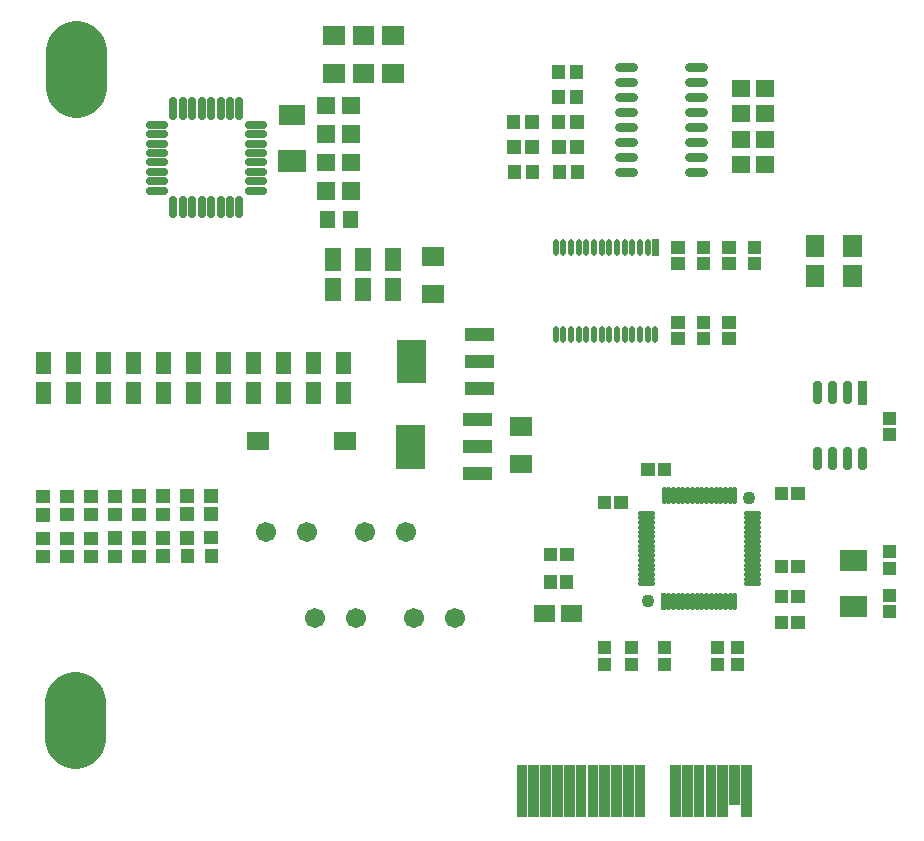
<source format=gts>
G04 Layer: TopSolderMaskLayer*
G04 EasyEDA v6.4.19.4, 2021-05-08T19:32:42+08:00*
G04 959c2f807fa24cb394336e4151b9ccfb,119f753a6ce64b8d841f2ad33262ab0c,10*
G04 Gerber Generator version 0.2*
G04 Scale: 100 percent, Rotated: No, Reflected: No *
G04 Dimensions in millimeters *
G04 leading zeros omitted , absolute positions ,4 integer and 5 decimal *
%FSLAX45Y45*%
%MOMM*%

%ADD59C,5.2032*%
%ADD60C,0.4064*%
%ADD61C,0.5334*%
%ADD62C,0.8032*%
%ADD63C,0.6532*%
%ADD66R,2.3016X1.8016*%
%ADD69C,1.0922*%
%ADD79C,1.7016*%

%LPD*%
D59*
X1295400Y200799D02*
G01*
X1295400Y-99202D01*
X1308100Y5712599D02*
G01*
X1308100Y5412597D01*
D60*
X6640499Y1002563D02*
G01*
X6640499Y1109243D01*
X6440500Y1002563D02*
G01*
X6440500Y1109243D01*
X6840499Y1002563D02*
G01*
X6840499Y1109243D01*
X6800494Y1002563D02*
G01*
X6800494Y1109243D01*
X6720509Y1002563D02*
G01*
X6720509Y1109243D01*
X6680504Y1002563D02*
G01*
X6680504Y1109243D01*
X6480505Y1002563D02*
G01*
X6480505Y1109243D01*
X6520510Y1002563D02*
G01*
X6520510Y1109243D01*
X6760489Y1002563D02*
G01*
X6760489Y1109243D01*
X6320510Y1902561D02*
G01*
X6320510Y2009241D01*
X6400495Y1002563D02*
G01*
X6400495Y1109243D01*
X6977151Y1805914D02*
G01*
X7083831Y1805914D01*
X6077153Y1805914D02*
G01*
X6183833Y1805914D01*
X6320510Y1002563D02*
G01*
X6320510Y1109243D01*
X6977151Y1285900D02*
G01*
X7083831Y1285900D01*
X6560489Y1002563D02*
G01*
X6560489Y1109243D01*
X6077153Y1325905D02*
G01*
X6183833Y1325905D01*
X6077153Y1525904D02*
G01*
X6183833Y1525904D01*
X6280505Y1902561D02*
G01*
X6280505Y2009241D01*
X6880504Y1902561D02*
G01*
X6880504Y2009241D01*
X6360490Y1002563D02*
G01*
X6360490Y1109243D01*
X6880504Y1002563D02*
G01*
X6880504Y1109243D01*
X6077153Y1245895D02*
G01*
X6183833Y1245895D01*
X6077153Y1285900D02*
G01*
X6183833Y1285900D01*
X6600494Y1002563D02*
G01*
X6600494Y1109243D01*
X6977151Y1325905D02*
G01*
X7083831Y1325905D01*
X6977151Y1365910D02*
G01*
X7083831Y1365910D01*
X6520510Y1902561D02*
G01*
X6520510Y2009241D01*
X6560489Y1902561D02*
G01*
X6560489Y2009241D01*
X6480505Y1902561D02*
G01*
X6480505Y2009241D01*
X6400495Y1902561D02*
G01*
X6400495Y2009241D01*
X6600494Y1902561D02*
G01*
X6600494Y2009241D01*
X6640499Y1902561D02*
G01*
X6640499Y2009241D01*
X6360490Y1902561D02*
G01*
X6360490Y2009241D01*
X6440500Y1902561D02*
G01*
X6440500Y2009241D01*
X6977151Y1605914D02*
G01*
X7083831Y1605914D01*
X6977151Y1765909D02*
G01*
X7083831Y1765909D01*
X6977151Y1725904D02*
G01*
X7083831Y1725904D01*
X6977151Y1645894D02*
G01*
X7083831Y1645894D01*
X6977151Y1685899D02*
G01*
X7083831Y1685899D01*
X6077153Y1725904D02*
G01*
X6183833Y1725904D01*
X6077153Y1765909D02*
G01*
X6183833Y1765909D01*
X6077153Y1685899D02*
G01*
X6183833Y1685899D01*
X6077153Y1405915D02*
G01*
X6183833Y1405915D01*
X6077153Y1365910D02*
G01*
X6183833Y1365910D01*
X6977151Y1485900D02*
G01*
X7083831Y1485900D01*
X6077153Y1445895D02*
G01*
X6183833Y1445895D01*
X6077153Y1485900D02*
G01*
X6183833Y1485900D01*
X6977151Y1445895D02*
G01*
X7083831Y1445895D01*
X6977151Y1525904D02*
G01*
X7083831Y1525904D01*
X6977151Y1565910D02*
G01*
X7083831Y1565910D01*
X6977151Y1405915D02*
G01*
X7083831Y1405915D01*
X6077153Y1205890D02*
G01*
X6183833Y1205890D01*
X6680504Y1902561D02*
G01*
X6680504Y2009241D01*
X6800494Y1902561D02*
G01*
X6800494Y2009241D01*
X6720509Y1902561D02*
G01*
X6720509Y2009241D01*
X6077153Y1565910D02*
G01*
X6183833Y1565910D01*
X6977151Y1205915D02*
G01*
X7083831Y1205915D01*
X6977151Y1245895D02*
G01*
X7083831Y1245895D01*
X6760489Y1902561D02*
G01*
X6760489Y2009241D01*
X6077153Y1605914D02*
G01*
X6183833Y1605914D01*
X6840499Y1902561D02*
G01*
X6840499Y2009241D01*
X6077153Y1645894D02*
G01*
X6183833Y1645894D01*
D61*
X6081902Y3363493D02*
G01*
X6081902Y3269513D01*
X5886907Y3363493D02*
G01*
X5886907Y3269513D01*
X5821883Y3363493D02*
G01*
X5821883Y3269513D01*
X6211900Y3363493D02*
G01*
X6211900Y3269513D01*
X5561888Y4100093D02*
G01*
X5561888Y4006113D01*
X5691886Y4100093D02*
G01*
X5691886Y4006113D01*
X5626887Y4100093D02*
G01*
X5626887Y4006113D01*
X5951905Y4100093D02*
G01*
X5951905Y4006113D01*
X6016904Y4100093D02*
G01*
X6016904Y4006113D01*
X5886907Y4100093D02*
G01*
X5886907Y4006113D01*
X5951905Y3363493D02*
G01*
X5951905Y3269513D01*
X5756884Y4100093D02*
G01*
X5756884Y4006113D01*
X5821883Y4100093D02*
G01*
X5821883Y4006113D01*
X6146901Y4100093D02*
G01*
X6146901Y4006113D01*
X5366893Y4100093D02*
G01*
X5366893Y4006113D01*
X5561888Y3363493D02*
G01*
X5561888Y3269513D01*
X5431891Y4100093D02*
G01*
X5431891Y4006113D01*
X5496890Y3363493D02*
G01*
X5496890Y3269513D01*
X5431891Y3363493D02*
G01*
X5431891Y3269513D01*
X5626887Y3363493D02*
G01*
X5626887Y3269513D01*
X6016904Y3363493D02*
G01*
X6016904Y3269513D01*
X5756884Y3363493D02*
G01*
X5756884Y3269513D01*
X5691886Y3363493D02*
G01*
X5691886Y3269513D01*
X6146901Y3363493D02*
G01*
X6146901Y3269513D01*
X6081902Y4100093D02*
G01*
X6081902Y4006113D01*
X5496890Y4100093D02*
G01*
X5496890Y4006113D01*
X5366893Y3363493D02*
G01*
X5366893Y3269513D01*
D62*
X6023919Y5575300D02*
G01*
X5903920Y5575300D01*
X6023919Y5448300D02*
G01*
X5903920Y5448300D01*
X6023919Y5321300D02*
G01*
X5903920Y5321300D01*
X6023919Y5194300D02*
G01*
X5903920Y5194300D01*
X6023919Y5067300D02*
G01*
X5903920Y5067300D01*
X6023919Y4940300D02*
G01*
X5903920Y4940300D01*
X6023919Y4813300D02*
G01*
X5903920Y4813300D01*
X6023919Y4686300D02*
G01*
X5903920Y4686300D01*
X6618279Y5575300D02*
G01*
X6498280Y5575300D01*
X6618279Y5448300D02*
G01*
X6498280Y5448300D01*
X6618279Y5321300D02*
G01*
X6498280Y5321300D01*
X6618279Y5194300D02*
G01*
X6498280Y5194300D01*
X6618279Y5067300D02*
G01*
X6498280Y5067300D01*
X6618279Y4940300D02*
G01*
X6498280Y4940300D01*
X6618279Y4813300D02*
G01*
X6498280Y4813300D01*
X6618279Y4686300D02*
G01*
X6498280Y4686300D01*
D63*
X2689377Y4332574D02*
G01*
X2689377Y4452574D01*
X2609367Y4332574D02*
G01*
X2609367Y4452574D01*
X2529357Y4332574D02*
G01*
X2529357Y4452574D01*
X2449347Y4332574D02*
G01*
X2449347Y4452574D01*
X2369591Y4332574D02*
G01*
X2369591Y4452574D01*
X2289581Y4332574D02*
G01*
X2289581Y4452574D01*
X2209571Y4332574D02*
G01*
X2209571Y4452574D01*
X2129561Y4332574D02*
G01*
X2129561Y4452574D01*
X2051893Y4530242D02*
G01*
X1931893Y4530242D01*
X2051893Y4610252D02*
G01*
X1931893Y4610252D01*
X2051893Y4690262D02*
G01*
X1931893Y4690262D01*
X2051893Y4770272D02*
G01*
X1931893Y4770272D01*
X2051893Y4850028D02*
G01*
X1931893Y4850028D01*
X2051893Y4930038D02*
G01*
X1931893Y4930038D01*
X2051893Y5010048D02*
G01*
X1931893Y5010048D01*
X2051893Y5090058D02*
G01*
X1931893Y5090058D01*
X2129561Y5167726D02*
G01*
X2129561Y5287726D01*
X2209571Y5167726D02*
G01*
X2209571Y5287726D01*
X2289581Y5167726D02*
G01*
X2289581Y5287726D01*
X2369591Y5167726D02*
G01*
X2369591Y5287726D01*
X2449347Y5167726D02*
G01*
X2449347Y5287726D01*
X2529357Y5167726D02*
G01*
X2529357Y5287726D01*
X2609367Y5167726D02*
G01*
X2609367Y5287726D01*
X2689377Y5167726D02*
G01*
X2689377Y5287726D01*
X2887045Y5090058D02*
G01*
X2767045Y5090058D01*
X2887045Y5010048D02*
G01*
X2767045Y5010048D01*
X2887045Y4930038D02*
G01*
X2767045Y4930038D01*
X2887045Y4850028D02*
G01*
X2767045Y4850028D01*
X2887045Y4770272D02*
G01*
X2767045Y4770272D01*
X2887045Y4690262D02*
G01*
X2767045Y4690262D01*
X2887045Y4610252D02*
G01*
X2767045Y4610252D01*
X2887045Y4530242D02*
G01*
X2767045Y4530242D01*
G36*
X5036565Y-772160D02*
G01*
X5036565Y-331723D01*
X5126736Y-331723D01*
X5126736Y-772160D01*
G37*
G36*
X5136388Y-772160D02*
G01*
X5136388Y-331723D01*
X5226811Y-331723D01*
X5226811Y-772160D01*
G37*
G36*
X5236463Y-772160D02*
G01*
X5236463Y-331723D01*
X5326634Y-331723D01*
X5326634Y-772160D01*
G37*
G36*
X5336540Y-772160D02*
G01*
X5336540Y-331723D01*
X5426709Y-331723D01*
X5426709Y-772160D01*
G37*
G36*
X5436361Y-772160D02*
G01*
X5436361Y-331723D01*
X5526786Y-331723D01*
X5526786Y-772160D01*
G37*
G36*
X5536438Y-772160D02*
G01*
X5536438Y-331723D01*
X5626861Y-331723D01*
X5626861Y-772160D01*
G37*
G36*
X5636513Y-772160D02*
G01*
X5636513Y-331723D01*
X5726684Y-331723D01*
X5726684Y-772160D01*
G37*
G36*
X5736590Y-772160D02*
G01*
X5736590Y-331723D01*
X5826759Y-331723D01*
X5826759Y-772160D01*
G37*
G36*
X5836411Y-772160D02*
G01*
X5836411Y-331723D01*
X5926836Y-331723D01*
X5926836Y-772160D01*
G37*
G36*
X5936488Y-772160D02*
G01*
X5936488Y-331723D01*
X6026658Y-331723D01*
X6026658Y-772160D01*
G37*
G36*
X6036563Y-772160D02*
G01*
X6036563Y-331723D01*
X6126734Y-331723D01*
X6126734Y-772160D01*
G37*
G36*
X6336538Y-772160D02*
G01*
X6336538Y-331723D01*
X6426961Y-331723D01*
X6426961Y-772160D01*
G37*
G36*
X6436359Y-772160D02*
G01*
X6436359Y-331723D01*
X6526784Y-331723D01*
X6526784Y-772160D01*
G37*
G36*
X6536436Y-772160D02*
G01*
X6536436Y-331723D01*
X6626859Y-331723D01*
X6626859Y-772160D01*
G37*
G36*
X6636511Y-772160D02*
G01*
X6636511Y-331723D01*
X6726681Y-331723D01*
X6726681Y-772160D01*
G37*
G36*
X6736334Y-772160D02*
G01*
X6736334Y-331723D01*
X6826758Y-331723D01*
X6826758Y-772160D01*
G37*
G36*
X6836409Y-672084D02*
G01*
X6836409Y-331723D01*
X6926834Y-331723D01*
X6926834Y-672084D01*
G37*
G36*
X6936486Y-772160D02*
G01*
X6936486Y-331723D01*
X7026656Y-331723D01*
X7026656Y-772160D01*
G37*
G36*
X7773161Y1308607D02*
G01*
X7773161Y1488947D01*
X8003286Y1488947D01*
X8003286Y1308607D01*
G37*
G36*
X7773161Y918718D02*
G01*
X7773161Y1098804D01*
X8003286Y1098804D01*
X8003286Y918718D01*
G37*
G36*
X5405120Y1163320D02*
G01*
X5405120Y1275079D01*
X5516879Y1275079D01*
X5516879Y1163320D01*
G37*
G36*
X5265420Y1163320D02*
G01*
X5265420Y1275079D01*
X5377179Y1275079D01*
X5377179Y1163320D01*
G37*
G36*
X4983225Y2457704D02*
G01*
X4983225Y2616454D01*
X5166106Y2616454D01*
X5166106Y2457704D01*
G37*
G36*
X4983225Y2139187D02*
G01*
X4983225Y2297937D01*
X5166106Y2297937D01*
X5166106Y2139187D01*
G37*
G36*
X6994143Y3857497D02*
G01*
X6994143Y3969257D01*
X7105904Y3969257D01*
X7105904Y3857497D01*
G37*
G36*
X6994143Y3997197D02*
G01*
X6994143Y4108957D01*
X7105904Y4108957D01*
X7105904Y3997197D01*
G37*
G36*
X5724143Y466597D02*
G01*
X5724143Y578357D01*
X5835904Y578357D01*
X5835904Y466597D01*
G37*
G36*
X5724143Y606297D02*
G01*
X5724143Y718057D01*
X5835904Y718057D01*
X5835904Y606297D01*
G37*
G36*
X5406643Y1393697D02*
G01*
X5406643Y1505457D01*
X5518404Y1505457D01*
X5518404Y1393697D01*
G37*
G36*
X5266943Y1393697D02*
G01*
X5266943Y1505457D01*
X5378704Y1505457D01*
X5378704Y1393697D01*
G37*
D69*
G01*
X7005091Y1930501D03*
G36*
X6260084Y982218D02*
G01*
X6260084Y1129537D01*
X6300724Y1129537D01*
X6300724Y982218D01*
G37*
G01*
X6150305Y1055903D03*
G36*
X7362443Y822197D02*
G01*
X7362443Y933957D01*
X7474204Y933957D01*
X7474204Y822197D01*
G37*
G36*
X7222743Y822197D02*
G01*
X7222743Y933957D01*
X7334504Y933957D01*
X7334504Y822197D01*
G37*
G36*
X5952743Y466597D02*
G01*
X5952743Y578357D01*
X6064504Y578357D01*
X6064504Y466597D01*
G37*
G36*
X5952743Y606297D02*
G01*
X5952743Y718057D01*
X6064504Y718057D01*
X6064504Y606297D01*
G37*
G36*
X5863843Y1838197D02*
G01*
X5863843Y1949957D01*
X5975604Y1949957D01*
X5975604Y1838197D01*
G37*
G36*
X5724143Y1838197D02*
G01*
X5724143Y1949957D01*
X5835904Y1949957D01*
X5835904Y1838197D01*
G37*
G36*
X7222743Y1292097D02*
G01*
X7222743Y1403857D01*
X7334504Y1403857D01*
X7334504Y1292097D01*
G37*
G36*
X7362443Y1292097D02*
G01*
X7362443Y1403857D01*
X7474204Y1403857D01*
X7474204Y1292097D01*
G37*
G36*
X7222743Y1038097D02*
G01*
X7222743Y1149857D01*
X7334504Y1149857D01*
X7334504Y1038097D01*
G37*
G36*
X7362443Y1038097D02*
G01*
X7362443Y1149857D01*
X7474204Y1149857D01*
X7474204Y1038097D01*
G37*
G36*
X6232143Y466597D02*
G01*
X6232143Y578357D01*
X6343904Y578357D01*
X6343904Y466597D01*
G37*
G36*
X6232143Y606297D02*
G01*
X6232143Y718057D01*
X6343904Y718057D01*
X6343904Y606297D01*
G37*
G36*
X7222743Y1914397D02*
G01*
X7222743Y2026157D01*
X7334504Y2026157D01*
X7334504Y1914397D01*
G37*
G36*
X7362443Y1914397D02*
G01*
X7362443Y2026157D01*
X7474204Y2026157D01*
X7474204Y1914397D01*
G37*
G36*
X6092443Y2117597D02*
G01*
X6092443Y2229357D01*
X6204204Y2229357D01*
X6204204Y2117597D01*
G37*
G36*
X6232143Y2117597D02*
G01*
X6232143Y2229357D01*
X6343904Y2229357D01*
X6343904Y2117597D01*
G37*
G36*
X6679184Y466597D02*
G01*
X6679184Y578357D01*
X6790943Y578357D01*
X6790943Y466597D01*
G37*
G36*
X6679184Y606297D02*
G01*
X6679184Y718057D01*
X6790943Y718057D01*
X6790943Y606297D01*
G37*
G36*
X6851904Y466597D02*
G01*
X6851904Y578357D01*
X6963663Y578357D01*
X6963663Y466597D01*
G37*
G36*
X6851904Y606297D02*
G01*
X6851904Y718057D01*
X6963663Y718057D01*
X6963663Y606297D01*
G37*
G36*
X8137143Y2549397D02*
G01*
X8137143Y2661157D01*
X8248904Y2661157D01*
X8248904Y2549397D01*
G37*
G36*
X8137143Y2409697D02*
G01*
X8137143Y2521457D01*
X8248904Y2521457D01*
X8248904Y2409697D01*
G37*
G36*
X7822691Y2721610D02*
G01*
X7801609Y2742692D01*
X7801609Y2899663D01*
X7822691Y2920745D01*
X7852409Y2920745D01*
X7873491Y2899663D01*
X7873491Y2742692D01*
X7852409Y2721610D01*
G37*
G36*
X7695691Y2721610D02*
G01*
X7674609Y2742692D01*
X7674609Y2899663D01*
X7695691Y2920745D01*
X7725409Y2920745D01*
X7746491Y2899663D01*
X7746491Y2742692D01*
X7725409Y2721610D01*
G37*
G36*
X7568691Y2721610D02*
G01*
X7547609Y2742692D01*
X7547609Y2899663D01*
X7568691Y2920745D01*
X7598409Y2920745D01*
X7619491Y2899663D01*
X7619491Y2742692D01*
X7598409Y2721610D01*
G37*
G36*
X7568691Y2162810D02*
G01*
X7547609Y2183892D01*
X7547609Y2340863D01*
X7568691Y2361945D01*
X7598409Y2361945D01*
X7619491Y2340863D01*
X7619491Y2183892D01*
X7598409Y2162810D01*
G37*
G36*
X7695691Y2162810D02*
G01*
X7674609Y2183892D01*
X7674609Y2340863D01*
X7695691Y2361945D01*
X7725409Y2361945D01*
X7746491Y2340863D01*
X7746491Y2183892D01*
X7725409Y2162810D01*
G37*
G36*
X7822691Y2162810D02*
G01*
X7801609Y2183892D01*
X7801609Y2340863D01*
X7822691Y2361945D01*
X7852409Y2361945D01*
X7873491Y2340863D01*
X7873491Y2183892D01*
X7852409Y2162810D01*
G37*
G36*
X7949691Y2162810D02*
G01*
X7928609Y2183892D01*
X7928609Y2340863D01*
X7949691Y2361945D01*
X7979409Y2361945D01*
X8000491Y2340863D01*
X8000491Y2183892D01*
X7979409Y2162810D01*
G37*
G36*
X7926324Y2719578D02*
G01*
X7926324Y2922778D01*
X8002524Y2922778D01*
X8002524Y2719578D01*
G37*
G36*
X5185663Y880618D02*
G01*
X5185663Y1027937D01*
X5358384Y1027937D01*
X5358384Y880618D01*
G37*
G36*
X5414263Y880618D02*
G01*
X5414263Y1027937D01*
X5586984Y1027937D01*
X5586984Y880618D01*
G37*
G36*
X6562343Y3362197D02*
G01*
X6562343Y3473957D01*
X6674104Y3473957D01*
X6674104Y3362197D01*
G37*
G36*
X6562343Y3222497D02*
G01*
X6562343Y3334257D01*
X6674104Y3334257D01*
X6674104Y3222497D01*
G37*
G36*
X6346443Y3997197D02*
G01*
X6346443Y4108957D01*
X6458204Y4108957D01*
X6458204Y3997197D01*
G37*
G36*
X6346443Y3857497D02*
G01*
X6346443Y3969257D01*
X6458204Y3969257D01*
X6458204Y3857497D01*
G37*
G36*
X6778243Y3362197D02*
G01*
X6778243Y3473957D01*
X6890004Y3473957D01*
X6890004Y3362197D01*
G37*
G36*
X6778243Y3222497D02*
G01*
X6778243Y3334257D01*
X6890004Y3334257D01*
X6890004Y3222497D01*
G37*
G36*
X6346443Y3222497D02*
G01*
X6346443Y3334257D01*
X6458204Y3334257D01*
X6458204Y3222497D01*
G37*
G36*
X6346443Y3362197D02*
G01*
X6346443Y3473957D01*
X6458204Y3473957D01*
X6458204Y3362197D01*
G37*
G36*
X6185154Y3979418D02*
G01*
X6185154Y4126737D01*
X6238493Y4126737D01*
X6238493Y3979418D01*
G37*
G36*
X6562343Y3857497D02*
G01*
X6562343Y3969257D01*
X6674104Y3969257D01*
X6674104Y3857497D01*
G37*
G36*
X6562343Y3997197D02*
G01*
X6562343Y4108957D01*
X6674104Y4108957D01*
X6674104Y3997197D01*
G37*
G36*
X8137143Y911097D02*
G01*
X8137143Y1022857D01*
X8248904Y1022857D01*
X8248904Y911097D01*
G37*
G36*
X8137143Y1050797D02*
G01*
X8137143Y1162557D01*
X8248904Y1162557D01*
X8248904Y1050797D01*
G37*
G36*
X8137143Y1419097D02*
G01*
X8137143Y1530857D01*
X8248904Y1530857D01*
X8248904Y1419097D01*
G37*
G36*
X8137143Y1279397D02*
G01*
X8137143Y1391157D01*
X8248904Y1391157D01*
X8248904Y1279397D01*
G37*
G36*
X6778243Y3997197D02*
G01*
X6778243Y4108957D01*
X6890004Y4108957D01*
X6890004Y3997197D01*
G37*
G36*
X6778243Y3857497D02*
G01*
X6778243Y3969257D01*
X6890004Y3969257D01*
X6890004Y3857497D01*
G37*
G36*
X4586224Y2080005D02*
G01*
X4586224Y2187955D01*
X4830318Y2187955D01*
X4830318Y2080005D01*
G37*
G36*
X4586224Y2309876D02*
G01*
X4586224Y2418079D01*
X4830318Y2418079D01*
X4830318Y2309876D01*
G37*
G36*
X4586224Y2540000D02*
G01*
X4586224Y2648204D01*
X4830318Y2648204D01*
X4830318Y2540000D01*
G37*
G36*
X4012184Y2178812D02*
G01*
X4012184Y2549144D01*
X4256277Y2549144D01*
X4256277Y2178812D01*
G37*
G36*
X6857238Y4677155D02*
G01*
X6857238Y4822444D01*
X7008368Y4822444D01*
X7008368Y4677155D01*
G37*
G36*
X7063231Y4677155D02*
G01*
X7063231Y4822444D01*
X7214361Y4822444D01*
X7214361Y4677155D01*
G37*
G36*
X7063231Y4893055D02*
G01*
X7063231Y5038344D01*
X7214361Y5038344D01*
X7214361Y4893055D01*
G37*
G36*
X6857238Y4893055D02*
G01*
X6857238Y5038344D01*
X7008368Y5038344D01*
X7008368Y4893055D01*
G37*
G36*
X7063231Y5108955D02*
G01*
X7063231Y5254244D01*
X7214361Y5254244D01*
X7214361Y5108955D01*
G37*
G36*
X6857238Y5108955D02*
G01*
X6857238Y5254244D01*
X7008368Y5254244D01*
X7008368Y5108955D01*
G37*
G36*
X7063231Y5324855D02*
G01*
X7063231Y5470144D01*
X7214361Y5470144D01*
X7214361Y5324855D01*
G37*
G36*
X6857238Y5324855D02*
G01*
X6857238Y5470144D01*
X7008368Y5470144D01*
X7008368Y5324855D01*
G37*
G36*
X4959095Y4626610D02*
G01*
X4959095Y4744973D01*
X5072379Y4744973D01*
X5072379Y4626610D01*
G37*
G36*
X5113274Y4627118D02*
G01*
X5113274Y4745481D01*
X5226558Y4745481D01*
X5226558Y4627118D01*
G37*
G36*
X5340095Y4626863D02*
G01*
X5340095Y4745228D01*
X5453379Y4745228D01*
X5453379Y4626863D01*
G37*
G36*
X5494274Y4626863D02*
G01*
X5494274Y4745228D01*
X5607558Y4745228D01*
X5607558Y4626863D01*
G37*
G36*
X5338063Y4838954D02*
G01*
X5338063Y4957318D01*
X5451347Y4957318D01*
X5451347Y4838954D01*
G37*
G36*
X5492241Y4838954D02*
G01*
X5492241Y4957318D01*
X5605525Y4957318D01*
X5605525Y4838954D01*
G37*
G36*
X5110988Y4839970D02*
G01*
X5110988Y4958079D01*
X5224272Y4958079D01*
X5224272Y4839970D01*
G37*
G36*
X4956809Y4839462D02*
G01*
X4956809Y4957571D01*
X5070093Y4957571D01*
X5070093Y4839462D01*
G37*
G36*
X5336031Y5051297D02*
G01*
X5336031Y5169662D01*
X5449315Y5169662D01*
X5449315Y5051297D01*
G37*
G36*
X5489956Y5051297D02*
G01*
X5489956Y5169662D01*
X5603493Y5169662D01*
X5603493Y5051297D01*
G37*
G36*
X5108956Y5052060D02*
G01*
X5108956Y5170423D01*
X5222240Y5170423D01*
X5222240Y5052060D01*
G37*
G36*
X4954777Y5051552D02*
G01*
X4954777Y5169915D01*
X5068061Y5169915D01*
X5068061Y5051552D01*
G37*
G36*
X5333745Y5263387D02*
G01*
X5333745Y5381752D01*
X5447284Y5381752D01*
X5447284Y5263387D01*
G37*
G36*
X5487924Y5263387D02*
G01*
X5487924Y5381752D01*
X5601208Y5381752D01*
X5601208Y5263387D01*
G37*
G36*
X5331713Y5475731D02*
G01*
X5331713Y5593842D01*
X5444997Y5593842D01*
X5444997Y5475731D01*
G37*
G36*
X5485891Y5475731D02*
G01*
X5485891Y5593842D01*
X5599175Y5593842D01*
X5599175Y5475731D01*
G37*
G36*
X4597145Y2802128D02*
G01*
X4597145Y2910078D01*
X4841493Y2910078D01*
X4841493Y2802128D01*
G37*
G36*
X4597145Y3031997D02*
G01*
X4597145Y3140202D01*
X4841493Y3140202D01*
X4841493Y3031997D01*
G37*
G36*
X4597145Y3262121D02*
G01*
X4597145Y3370071D01*
X4841493Y3370071D01*
X4841493Y3262121D01*
G37*
G36*
X4023106Y2900934D02*
G01*
X4023106Y3271265D01*
X4267454Y3271265D01*
X4267454Y2900934D01*
G37*
G36*
X3899661Y5763768D02*
G01*
X3899661Y5922263D01*
X4082541Y5922263D01*
X4082541Y5763768D01*
G37*
G36*
X3899661Y5445252D02*
G01*
X3899661Y5603747D01*
X4082541Y5603747D01*
X4082541Y5445252D01*
G37*
G36*
X3649218Y5763768D02*
G01*
X3649218Y5922263D01*
X3832097Y5922263D01*
X3832097Y5763768D01*
G37*
G36*
X3649218Y5445252D02*
G01*
X3649218Y5603747D01*
X3832097Y5603747D01*
X3832097Y5445252D01*
G37*
G36*
X3401059Y5763768D02*
G01*
X3401059Y5922263D01*
X3583940Y5922263D01*
X3583940Y5763768D01*
G37*
G36*
X3401059Y5445252D02*
G01*
X3401059Y5603747D01*
X3583940Y5603747D01*
X3583940Y5445252D01*
G37*
G36*
X7483093Y3972560D02*
G01*
X7483093Y4155439D01*
X7641590Y4155439D01*
X7641590Y3972560D01*
G37*
G36*
X7801609Y3972560D02*
G01*
X7801609Y4155439D01*
X7960106Y4155439D01*
X7960106Y3972560D01*
G37*
G36*
X7483093Y3718560D02*
G01*
X7483093Y3901439D01*
X7641590Y3901439D01*
X7641590Y3718560D01*
G37*
G36*
X7801609Y3718560D02*
G01*
X7801609Y3901439D01*
X7960106Y3901439D01*
X7960106Y3718560D01*
G37*
D79*
G01*
X4168393Y914400D03*
G01*
X4518406Y914400D03*
G01*
X3330193Y914400D03*
G01*
X3680206Y914400D03*
G01*
X2911093Y1638300D03*
G01*
X3261106Y1638300D03*
G01*
X3749293Y1638300D03*
G01*
X4099306Y1638300D03*
G36*
X3554984Y4456429D02*
G01*
X3554984Y4601718D01*
X3706113Y4601718D01*
X3706113Y4456429D01*
G37*
G36*
X3348990Y4456429D02*
G01*
X3348990Y4601718D01*
X3500120Y4601718D01*
X3500120Y4456429D01*
G37*
G36*
X3018790Y4691634D02*
G01*
X3018790Y4871973D01*
X3248913Y4871973D01*
X3248913Y4691634D01*
G37*
D66*
G01*
X3133877Y5171770D03*
G36*
X3348990Y4939029D02*
G01*
X3348990Y5084318D01*
X3500120Y5084318D01*
X3500120Y4939029D01*
G37*
G36*
X3554984Y4939029D02*
G01*
X3554984Y5084318D01*
X3706113Y5084318D01*
X3706113Y4939029D01*
G37*
G36*
X3348990Y4697729D02*
G01*
X3348990Y4843018D01*
X3500120Y4843018D01*
X3500120Y4697729D01*
G37*
G36*
X3554984Y4697729D02*
G01*
X3554984Y4843018D01*
X3706113Y4843018D01*
X3706113Y4697729D01*
G37*
G36*
X3348990Y5180329D02*
G01*
X3348990Y5325618D01*
X3500120Y5325618D01*
X3500120Y5180329D01*
G37*
G36*
X3554984Y5180329D02*
G01*
X3554984Y5325618D01*
X3706113Y5325618D01*
X3706113Y5180329D01*
G37*
G36*
X3503675Y2983229D02*
G01*
X3503675Y3163570D01*
X3633724Y3163570D01*
X3633724Y2983229D01*
G37*
G36*
X3503675Y2729229D02*
G01*
X3503675Y2909570D01*
X3633724Y2909570D01*
X3633724Y2729229D01*
G37*
G36*
X3249675Y2983229D02*
G01*
X3249675Y3163570D01*
X3379724Y3163570D01*
X3379724Y2983229D01*
G37*
G36*
X3249675Y2729229D02*
G01*
X3249675Y2909570D01*
X3379724Y2909570D01*
X3379724Y2729229D01*
G37*
G36*
X2995675Y2983229D02*
G01*
X2995675Y3163570D01*
X3125724Y3163570D01*
X3125724Y2983229D01*
G37*
G36*
X2995675Y2729229D02*
G01*
X2995675Y2909570D01*
X3125724Y2909570D01*
X3125724Y2729229D01*
G37*
G36*
X2741675Y2983229D02*
G01*
X2741675Y3163570D01*
X2871724Y3163570D01*
X2871724Y2983229D01*
G37*
G36*
X2741675Y2729229D02*
G01*
X2741675Y2909570D01*
X2871724Y2909570D01*
X2871724Y2729229D01*
G37*
G36*
X2487675Y2983229D02*
G01*
X2487675Y3163570D01*
X2617724Y3163570D01*
X2617724Y2983229D01*
G37*
G36*
X2487675Y2729229D02*
G01*
X2487675Y2909570D01*
X2617724Y2909570D01*
X2617724Y2729229D01*
G37*
G36*
X2233675Y2983229D02*
G01*
X2233675Y3163570D01*
X2363724Y3163570D01*
X2363724Y2983229D01*
G37*
G36*
X2233675Y2729229D02*
G01*
X2233675Y2909570D01*
X2363724Y2909570D01*
X2363724Y2729229D01*
G37*
G36*
X1979675Y2983229D02*
G01*
X1979675Y3163570D01*
X2109724Y3163570D01*
X2109724Y2983229D01*
G37*
G36*
X1979675Y2729229D02*
G01*
X1979675Y2909570D01*
X2109724Y2909570D01*
X2109724Y2729229D01*
G37*
G36*
X1725675Y2983229D02*
G01*
X1725675Y3163570D01*
X1855724Y3163570D01*
X1855724Y2983229D01*
G37*
G36*
X1725675Y2729229D02*
G01*
X1725675Y2909570D01*
X1855724Y2909570D01*
X1855724Y2729229D01*
G37*
G36*
X1471675Y2983229D02*
G01*
X1471675Y3163570D01*
X1601724Y3163570D01*
X1601724Y2983229D01*
G37*
G36*
X1471675Y2729229D02*
G01*
X1471675Y2909570D01*
X1601724Y2909570D01*
X1601724Y2729229D01*
G37*
G36*
X1217675Y2983229D02*
G01*
X1217675Y3163570D01*
X1347724Y3163570D01*
X1347724Y2983229D01*
G37*
G36*
X1217675Y2729229D02*
G01*
X1217675Y2909570D01*
X1347724Y2909570D01*
X1347724Y2729229D01*
G37*
G36*
X963675Y2983229D02*
G01*
X963675Y3163570D01*
X1093724Y3163570D01*
X1093724Y2983229D01*
G37*
G36*
X963675Y2729229D02*
G01*
X963675Y2909570D01*
X1093724Y2909570D01*
X1093724Y2729229D01*
G37*
G36*
X3917695Y3854450D02*
G01*
X3917695Y4044950D01*
X4057904Y4044950D01*
X4057904Y3854450D01*
G37*
G36*
X3663695Y3854450D02*
G01*
X3663695Y4044950D01*
X3803904Y4044950D01*
X3803904Y3854450D01*
G37*
G36*
X3409695Y3854450D02*
G01*
X3409695Y4044950D01*
X3549904Y4044950D01*
X3549904Y3854450D01*
G37*
G36*
X3409695Y3600450D02*
G01*
X3409695Y3790950D01*
X3549904Y3790950D01*
X3549904Y3600450D01*
G37*
G36*
X3663695Y3600450D02*
G01*
X3663695Y3790950D01*
X3803904Y3790950D01*
X3803904Y3600450D01*
G37*
G36*
X3917695Y3600450D02*
G01*
X3917695Y3790950D01*
X4057904Y3790950D01*
X4057904Y3600450D01*
G37*
G36*
X4239259Y3895852D02*
G01*
X4239259Y4054347D01*
X4422140Y4054347D01*
X4422140Y3895852D01*
G37*
G36*
X4239259Y3577336D02*
G01*
X4239259Y3735831D01*
X4422140Y3735831D01*
X4422140Y3577336D01*
G37*
G36*
X3568954Y4213860D02*
G01*
X3568954Y4361687D01*
X3692397Y4361687D01*
X3692397Y4213860D01*
G37*
G36*
X3375659Y4213860D02*
G01*
X3375659Y4361687D01*
X3499104Y4361687D01*
X3499104Y4213860D01*
G37*
G36*
X3487420Y2337815D02*
G01*
X3487420Y2488184D01*
X3672586Y2488184D01*
X3672586Y2337815D01*
G37*
G36*
X2753613Y2337815D02*
G01*
X2753613Y2488184D01*
X2938779Y2488184D01*
X2938779Y2337815D01*
G37*
G36*
X1375918Y1732279D02*
G01*
X1375918Y1845563D01*
X1494281Y1845563D01*
X1494281Y1732279D01*
G37*
G36*
X1375918Y1886457D02*
G01*
X1375918Y1999742D01*
X1494281Y1999742D01*
X1494281Y1886457D01*
G37*
G36*
X1376425Y1377695D02*
G01*
X1376425Y1490979D01*
X1494790Y1490979D01*
X1494790Y1377695D01*
G37*
G36*
X1375918Y1531873D02*
G01*
X1375918Y1645157D01*
X1494281Y1645157D01*
X1494281Y1531873D01*
G37*
G36*
X1172463Y1731263D02*
G01*
X1172463Y1844547D01*
X1290827Y1844547D01*
X1290827Y1731263D01*
G37*
G36*
X1172463Y1885442D02*
G01*
X1172463Y1998726D01*
X1290827Y1998726D01*
X1290827Y1885442D01*
G37*
G36*
X1172972Y1376679D02*
G01*
X1172972Y1489963D01*
X1291336Y1489963D01*
X1291336Y1376679D01*
G37*
G36*
X1172463Y1530857D02*
G01*
X1172463Y1644142D01*
X1290827Y1644142D01*
X1290827Y1530857D01*
G37*
G36*
X969518Y1375663D02*
G01*
X969518Y1488947D01*
X1087881Y1488947D01*
X1087881Y1375663D01*
G37*
G36*
X969009Y1529842D02*
G01*
X969009Y1643126D01*
X1087374Y1643126D01*
X1087374Y1529842D01*
G37*
G36*
X969009Y1730502D02*
G01*
X969009Y1843786D01*
X1087374Y1843786D01*
X1087374Y1730502D01*
G37*
G36*
X969009Y1884679D02*
G01*
X969009Y1997963D01*
X1087374Y1997963D01*
X1087374Y1884679D01*
G37*
G36*
X2393950Y1382268D02*
G01*
X2393950Y1495552D01*
X2512059Y1495552D01*
X2512059Y1382268D01*
G37*
G36*
X2393441Y1536445D02*
G01*
X2393441Y1649729D01*
X2511552Y1649729D01*
X2511552Y1536445D01*
G37*
G36*
X2393441Y1737105D02*
G01*
X2393441Y1850389D01*
X2511552Y1850389D01*
X2511552Y1737105D01*
G37*
G36*
X2393441Y1891284D02*
G01*
X2393441Y2004568D01*
X2511552Y2004568D01*
X2511552Y1891284D01*
G37*
G36*
X2190495Y1381505D02*
G01*
X2190495Y1494789D01*
X2308606Y1494789D01*
X2308606Y1381505D01*
G37*
G36*
X2189988Y1535684D02*
G01*
X2189988Y1648968D01*
X2308097Y1648968D01*
X2308097Y1535684D01*
G37*
G36*
X2189734Y1736089D02*
G01*
X2189734Y1849373D01*
X2308097Y1849373D01*
X2308097Y1736089D01*
G37*
G36*
X2189734Y1890268D02*
G01*
X2189734Y2003552D01*
X2308097Y2003552D01*
X2308097Y1890268D01*
G37*
G36*
X1986279Y1735073D02*
G01*
X1986279Y1848357D01*
X2104643Y1848357D01*
X2104643Y1735073D01*
G37*
G36*
X1986279Y1889252D02*
G01*
X1986279Y2002536D01*
X2104643Y2002536D01*
X2104643Y1889252D01*
G37*
G36*
X1986788Y1380489D02*
G01*
X1986788Y1493773D01*
X2105152Y1493773D01*
X2105152Y1380489D01*
G37*
G36*
X1986279Y1534668D02*
G01*
X1986279Y1647952D01*
X2104643Y1647952D01*
X2104643Y1534668D01*
G37*
G36*
X1783334Y1379473D02*
G01*
X1783334Y1492757D01*
X1901697Y1492757D01*
X1901697Y1379473D01*
G37*
G36*
X1782825Y1533652D02*
G01*
X1782825Y1646936D01*
X1901190Y1646936D01*
X1901190Y1533652D01*
G37*
G36*
X1782825Y1734312D02*
G01*
X1782825Y1847595D01*
X1901190Y1847595D01*
X1901190Y1734312D01*
G37*
G36*
X1782825Y1888236D02*
G01*
X1782825Y2001773D01*
X1901190Y2001773D01*
X1901190Y1888236D01*
G37*
G36*
X1579879Y1378712D02*
G01*
X1579879Y1491995D01*
X1698243Y1491995D01*
X1698243Y1378712D01*
G37*
G36*
X1579372Y1532636D02*
G01*
X1579372Y1646173D01*
X1697736Y1646173D01*
X1697736Y1532636D01*
G37*
G36*
X1579372Y1733295D02*
G01*
X1579372Y1846579D01*
X1697736Y1846579D01*
X1697736Y1733295D01*
G37*
G36*
X1579372Y1887473D02*
G01*
X1579372Y2000757D01*
X1697736Y2000757D01*
X1697736Y1887473D01*
G37*
M02*

</source>
